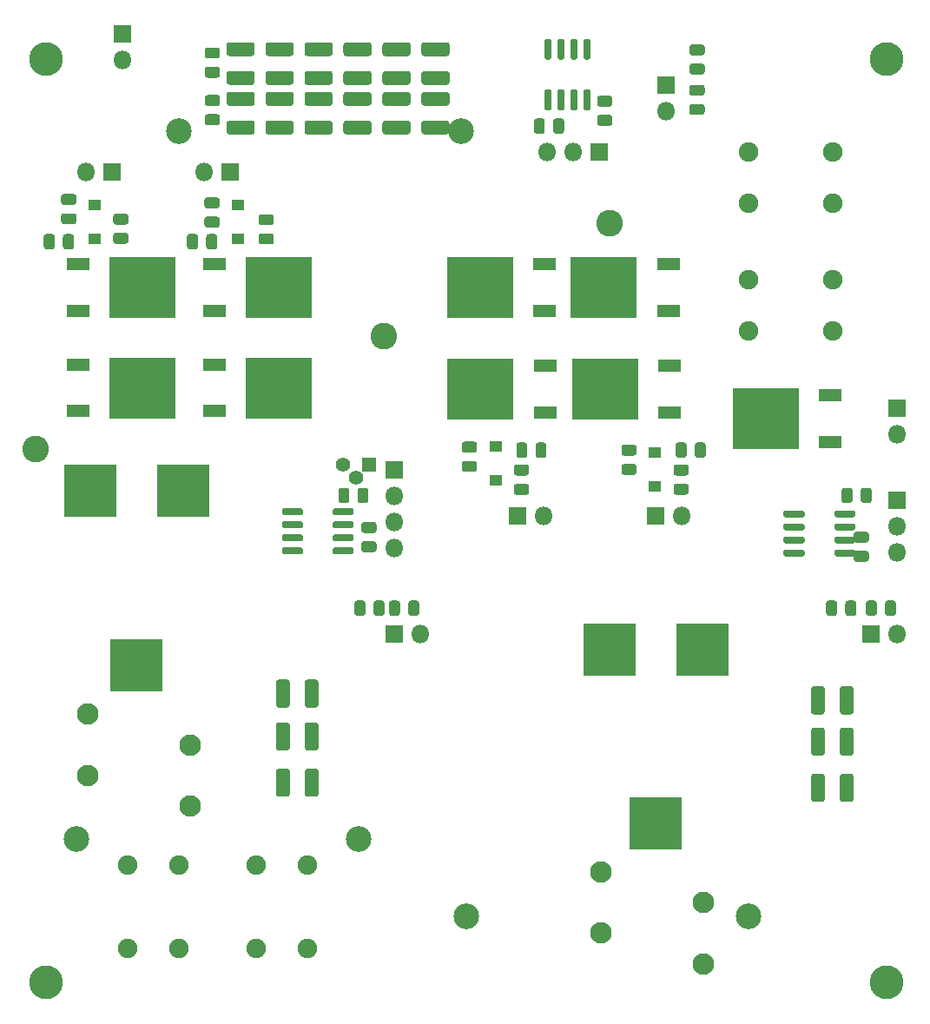
<source format=gts>
G04 #@! TF.GenerationSoftware,KiCad,Pcbnew,5.1.6-c6e7f7d~86~ubuntu20.04.1*
G04 #@! TF.CreationDate,2020-09-07T12:04:47+02:00*
G04 #@! TF.ProjectId,Power,506f7765-722e-46b6-9963-61645f706362,rev?*
G04 #@! TF.SameCoordinates,Original*
G04 #@! TF.FileFunction,Soldermask,Top*
G04 #@! TF.FilePolarity,Negative*
%FSLAX46Y46*%
G04 Gerber Fmt 4.6, Leading zero omitted, Abs format (unit mm)*
G04 Created by KiCad (PCBNEW 5.1.6-c6e7f7d~86~ubuntu20.04.1) date 2020-09-07 12:04:47*
%MOMM*%
%LPD*%
G01*
G04 APERTURE LIST*
%ADD10C,3.300000*%
%ADD11C,2.500000*%
%ADD12O,1.800000X1.800000*%
%ADD13R,1.800000X1.800000*%
%ADD14C,2.600000*%
%ADD15R,1.300000X1.000000*%
%ADD16R,6.500000X5.900000*%
%ADD17R,2.300000X1.300000*%
%ADD18R,5.100000X5.100000*%
%ADD19C,2.100000*%
%ADD20C,1.903400*%
%ADD21R,1.400000X1.400000*%
%ADD22C,1.400000*%
G04 APERTURE END LIST*
D10*
X129000000Y-137000000D03*
X47000000Y-137000000D03*
X47000000Y-47000000D03*
X129000000Y-47000000D03*
D11*
X115500000Y-130500000D03*
X88000000Y-130500000D03*
X50000000Y-123000000D03*
X77500000Y-123000000D03*
X87500000Y-54000000D03*
X60000000Y-54000000D03*
D12*
X54500000Y-47040000D03*
D13*
X54500000Y-44500000D03*
D12*
X83540000Y-103000000D03*
D13*
X81000000Y-103000000D03*
X130000000Y-90000000D03*
D12*
X130040000Y-103000000D03*
D13*
X127500000Y-103000000D03*
D12*
X130000000Y-92540000D03*
X130000000Y-95080000D03*
D13*
X81000000Y-87000000D03*
D12*
X81000000Y-89540000D03*
X81000000Y-92080000D03*
X81000000Y-94620000D03*
X130000000Y-83540000D03*
D13*
X130000000Y-81000000D03*
D12*
X62460000Y-58000000D03*
D13*
X65000000Y-58000000D03*
D12*
X50960000Y-58000000D03*
D13*
X53500000Y-58000000D03*
D12*
X95540000Y-91500000D03*
D13*
X93000000Y-91500000D03*
D12*
X109040000Y-91500000D03*
D13*
X106500000Y-91500000D03*
X107500000Y-49500000D03*
D12*
X107500000Y-52040000D03*
X95920000Y-56000000D03*
D13*
X101000000Y-56000000D03*
D12*
X98460000Y-56000000D03*
D14*
X102000000Y-63000000D03*
X80000000Y-74000000D03*
X46000000Y-85000000D03*
G36*
G01*
X78018750Y-93962500D02*
X78981250Y-93962500D01*
G75*
G02*
X79250000Y-94231250I0J-268750D01*
G01*
X79250000Y-94768750D01*
G75*
G02*
X78981250Y-95037500I-268750J0D01*
G01*
X78018750Y-95037500D01*
G75*
G02*
X77750000Y-94768750I0J268750D01*
G01*
X77750000Y-94231250D01*
G75*
G02*
X78018750Y-93962500I268750J0D01*
G01*
G37*
G36*
G01*
X78018750Y-92087500D02*
X78981250Y-92087500D01*
G75*
G02*
X79250000Y-92356250I0J-268750D01*
G01*
X79250000Y-92893750D01*
G75*
G02*
X78981250Y-93162500I-268750J0D01*
G01*
X78018750Y-93162500D01*
G75*
G02*
X77750000Y-92893750I0J268750D01*
G01*
X77750000Y-92356250D01*
G75*
G02*
X78018750Y-92087500I268750J0D01*
G01*
G37*
G36*
G01*
X76600000Y-89018750D02*
X76600000Y-89981250D01*
G75*
G02*
X76331250Y-90250000I-268750J0D01*
G01*
X75793750Y-90250000D01*
G75*
G02*
X75525000Y-89981250I0J268750D01*
G01*
X75525000Y-89018750D01*
G75*
G02*
X75793750Y-88750000I268750J0D01*
G01*
X76331250Y-88750000D01*
G75*
G02*
X76600000Y-89018750I0J-268750D01*
G01*
G37*
G36*
G01*
X78475000Y-89018750D02*
X78475000Y-89981250D01*
G75*
G02*
X78206250Y-90250000I-268750J0D01*
G01*
X77668750Y-90250000D01*
G75*
G02*
X77400000Y-89981250I0J268750D01*
G01*
X77400000Y-89018750D01*
G75*
G02*
X77668750Y-88750000I268750J0D01*
G01*
X78206250Y-88750000D01*
G75*
G02*
X78475000Y-89018750I0J-268750D01*
G01*
G37*
G36*
G01*
X101018750Y-52400000D02*
X101981250Y-52400000D01*
G75*
G02*
X102250000Y-52668750I0J-268750D01*
G01*
X102250000Y-53206250D01*
G75*
G02*
X101981250Y-53475000I-268750J0D01*
G01*
X101018750Y-53475000D01*
G75*
G02*
X100750000Y-53206250I0J268750D01*
G01*
X100750000Y-52668750D01*
G75*
G02*
X101018750Y-52400000I268750J0D01*
G01*
G37*
G36*
G01*
X101018750Y-50525000D02*
X101981250Y-50525000D01*
G75*
G02*
X102250000Y-50793750I0J-268750D01*
G01*
X102250000Y-51331250D01*
G75*
G02*
X101981250Y-51600000I-268750J0D01*
G01*
X101018750Y-51600000D01*
G75*
G02*
X100750000Y-51331250I0J268750D01*
G01*
X100750000Y-50793750D01*
G75*
G02*
X101018750Y-50525000I268750J0D01*
G01*
G37*
G36*
G01*
X96462500Y-53981250D02*
X96462500Y-53018750D01*
G75*
G02*
X96731250Y-52750000I268750J0D01*
G01*
X97268750Y-52750000D01*
G75*
G02*
X97537500Y-53018750I0J-268750D01*
G01*
X97537500Y-53981250D01*
G75*
G02*
X97268750Y-54250000I-268750J0D01*
G01*
X96731250Y-54250000D01*
G75*
G02*
X96462500Y-53981250I0J268750D01*
G01*
G37*
G36*
G01*
X94587500Y-53981250D02*
X94587500Y-53018750D01*
G75*
G02*
X94856250Y-52750000I268750J0D01*
G01*
X95393750Y-52750000D01*
G75*
G02*
X95662500Y-53018750I0J-268750D01*
G01*
X95662500Y-53981250D01*
G75*
G02*
X95393750Y-54250000I-268750J0D01*
G01*
X94856250Y-54250000D01*
G75*
G02*
X94587500Y-53981250I0J268750D01*
G01*
G37*
G36*
G01*
X67105000Y-51515000D02*
X64895000Y-51515000D01*
G75*
G02*
X64625000Y-51245000I0J270000D01*
G01*
X64625000Y-50435000D01*
G75*
G02*
X64895000Y-50165000I270000J0D01*
G01*
X67105000Y-50165000D01*
G75*
G02*
X67375000Y-50435000I0J-270000D01*
G01*
X67375000Y-51245000D01*
G75*
G02*
X67105000Y-51515000I-270000J0D01*
G01*
G37*
G36*
G01*
X67105000Y-54315000D02*
X64895000Y-54315000D01*
G75*
G02*
X64625000Y-54045000I0J270000D01*
G01*
X64625000Y-53235000D01*
G75*
G02*
X64895000Y-52965000I270000J0D01*
G01*
X67105000Y-52965000D01*
G75*
G02*
X67375000Y-53235000I0J-270000D01*
G01*
X67375000Y-54045000D01*
G75*
G02*
X67105000Y-54315000I-270000J0D01*
G01*
G37*
G36*
G01*
X126018750Y-94900000D02*
X126981250Y-94900000D01*
G75*
G02*
X127250000Y-95168750I0J-268750D01*
G01*
X127250000Y-95706250D01*
G75*
G02*
X126981250Y-95975000I-268750J0D01*
G01*
X126018750Y-95975000D01*
G75*
G02*
X125750000Y-95706250I0J268750D01*
G01*
X125750000Y-95168750D01*
G75*
G02*
X126018750Y-94900000I268750J0D01*
G01*
G37*
G36*
G01*
X126018750Y-93025000D02*
X126981250Y-93025000D01*
G75*
G02*
X127250000Y-93293750I0J-268750D01*
G01*
X127250000Y-93831250D01*
G75*
G02*
X126981250Y-94100000I-268750J0D01*
G01*
X126018750Y-94100000D01*
G75*
G02*
X125750000Y-93831250I0J268750D01*
G01*
X125750000Y-93293750D01*
G75*
G02*
X126018750Y-93025000I268750J0D01*
G01*
G37*
G36*
G01*
X126462500Y-89981250D02*
X126462500Y-89018750D01*
G75*
G02*
X126731250Y-88750000I268750J0D01*
G01*
X127268750Y-88750000D01*
G75*
G02*
X127537500Y-89018750I0J-268750D01*
G01*
X127537500Y-89981250D01*
G75*
G02*
X127268750Y-90250000I-268750J0D01*
G01*
X126731250Y-90250000D01*
G75*
G02*
X126462500Y-89981250I0J268750D01*
G01*
G37*
G36*
G01*
X124587500Y-89981250D02*
X124587500Y-89018750D01*
G75*
G02*
X124856250Y-88750000I268750J0D01*
G01*
X125393750Y-88750000D01*
G75*
G02*
X125662500Y-89018750I0J-268750D01*
G01*
X125662500Y-89981250D01*
G75*
G02*
X125393750Y-90250000I-268750J0D01*
G01*
X124856250Y-90250000D01*
G75*
G02*
X124587500Y-89981250I0J268750D01*
G01*
G37*
D15*
X65755000Y-64515000D03*
X65755000Y-61215000D03*
X51785000Y-64515000D03*
X51785000Y-61215000D03*
X90845000Y-84710000D03*
X90845000Y-88010000D03*
X106410000Y-85345000D03*
X106410000Y-88645000D03*
D16*
X69760000Y-79010000D03*
D17*
X63460000Y-81290000D03*
X63460000Y-76730000D03*
D16*
X89340000Y-69215000D03*
D17*
X95640000Y-66935000D03*
X95640000Y-71495000D03*
D16*
X56425000Y-79010000D03*
D17*
X50125000Y-81290000D03*
X50125000Y-76730000D03*
D16*
X101405000Y-69215000D03*
D17*
X107705000Y-66935000D03*
X107705000Y-71495000D03*
D18*
X60365000Y-89045000D03*
X51365000Y-89045000D03*
X55865000Y-106045000D03*
X111000000Y-104500000D03*
X102000000Y-104500000D03*
X106500000Y-121500000D03*
D16*
X69760000Y-69215000D03*
D17*
X63460000Y-71495000D03*
X63460000Y-66935000D03*
D16*
X56425000Y-69215000D03*
D17*
X50125000Y-71495000D03*
X50125000Y-66935000D03*
D16*
X89380000Y-79135000D03*
D17*
X95680000Y-76855000D03*
X95680000Y-81415000D03*
D16*
X101530000Y-79135000D03*
D17*
X107830000Y-76855000D03*
X107830000Y-81415000D03*
G36*
G01*
X62733750Y-62327500D02*
X63696250Y-62327500D01*
G75*
G02*
X63965000Y-62596250I0J-268750D01*
G01*
X63965000Y-63133750D01*
G75*
G02*
X63696250Y-63402500I-268750J0D01*
G01*
X62733750Y-63402500D01*
G75*
G02*
X62465000Y-63133750I0J268750D01*
G01*
X62465000Y-62596250D01*
G75*
G02*
X62733750Y-62327500I268750J0D01*
G01*
G37*
G36*
G01*
X62733750Y-60452500D02*
X63696250Y-60452500D01*
G75*
G02*
X63965000Y-60721250I0J-268750D01*
G01*
X63965000Y-61258750D01*
G75*
G02*
X63696250Y-61527500I-268750J0D01*
G01*
X62733750Y-61527500D01*
G75*
G02*
X62465000Y-61258750I0J268750D01*
G01*
X62465000Y-60721250D01*
G75*
G02*
X62733750Y-60452500I268750J0D01*
G01*
G37*
G36*
G01*
X93866250Y-87562500D02*
X92903750Y-87562500D01*
G75*
G02*
X92635000Y-87293750I0J268750D01*
G01*
X92635000Y-86756250D01*
G75*
G02*
X92903750Y-86487500I268750J0D01*
G01*
X93866250Y-86487500D01*
G75*
G02*
X94135000Y-86756250I0J-268750D01*
G01*
X94135000Y-87293750D01*
G75*
G02*
X93866250Y-87562500I-268750J0D01*
G01*
G37*
G36*
G01*
X93866250Y-89437500D02*
X92903750Y-89437500D01*
G75*
G02*
X92635000Y-89168750I0J268750D01*
G01*
X92635000Y-88631250D01*
G75*
G02*
X92903750Y-88362500I268750J0D01*
G01*
X93866250Y-88362500D01*
G75*
G02*
X94135000Y-88631250I0J-268750D01*
G01*
X94135000Y-89168750D01*
G75*
G02*
X93866250Y-89437500I-268750J0D01*
G01*
G37*
G36*
G01*
X68981250Y-63162500D02*
X68018750Y-63162500D01*
G75*
G02*
X67750000Y-62893750I0J268750D01*
G01*
X67750000Y-62356250D01*
G75*
G02*
X68018750Y-62087500I268750J0D01*
G01*
X68981250Y-62087500D01*
G75*
G02*
X69250000Y-62356250I0J-268750D01*
G01*
X69250000Y-62893750D01*
G75*
G02*
X68981250Y-63162500I-268750J0D01*
G01*
G37*
G36*
G01*
X68981250Y-65037500D02*
X68018750Y-65037500D01*
G75*
G02*
X67750000Y-64768750I0J268750D01*
G01*
X67750000Y-64231250D01*
G75*
G02*
X68018750Y-63962500I268750J0D01*
G01*
X68981250Y-63962500D01*
G75*
G02*
X69250000Y-64231250I0J-268750D01*
G01*
X69250000Y-64768750D01*
G75*
G02*
X68981250Y-65037500I-268750J0D01*
G01*
G37*
G36*
G01*
X54806250Y-63100000D02*
X53843750Y-63100000D01*
G75*
G02*
X53575000Y-62831250I0J268750D01*
G01*
X53575000Y-62293750D01*
G75*
G02*
X53843750Y-62025000I268750J0D01*
G01*
X54806250Y-62025000D01*
G75*
G02*
X55075000Y-62293750I0J-268750D01*
G01*
X55075000Y-62831250D01*
G75*
G02*
X54806250Y-63100000I-268750J0D01*
G01*
G37*
G36*
G01*
X54806250Y-64975000D02*
X53843750Y-64975000D01*
G75*
G02*
X53575000Y-64706250I0J268750D01*
G01*
X53575000Y-64168750D01*
G75*
G02*
X53843750Y-63900000I268750J0D01*
G01*
X54806250Y-63900000D01*
G75*
G02*
X55075000Y-64168750I0J-268750D01*
G01*
X55075000Y-64706250D01*
G75*
G02*
X54806250Y-64975000I-268750J0D01*
G01*
G37*
G36*
G01*
X88786250Y-85325000D02*
X87823750Y-85325000D01*
G75*
G02*
X87555000Y-85056250I0J268750D01*
G01*
X87555000Y-84518750D01*
G75*
G02*
X87823750Y-84250000I268750J0D01*
G01*
X88786250Y-84250000D01*
G75*
G02*
X89055000Y-84518750I0J-268750D01*
G01*
X89055000Y-85056250D01*
G75*
G02*
X88786250Y-85325000I-268750J0D01*
G01*
G37*
G36*
G01*
X88786250Y-87200000D02*
X87823750Y-87200000D01*
G75*
G02*
X87555000Y-86931250I0J268750D01*
G01*
X87555000Y-86393750D01*
G75*
G02*
X87823750Y-86125000I268750J0D01*
G01*
X88786250Y-86125000D01*
G75*
G02*
X89055000Y-86393750I0J-268750D01*
G01*
X89055000Y-86931250D01*
G75*
G02*
X88786250Y-87200000I-268750J0D01*
G01*
G37*
G36*
G01*
X104351250Y-85627500D02*
X103388750Y-85627500D01*
G75*
G02*
X103120000Y-85358750I0J268750D01*
G01*
X103120000Y-84821250D01*
G75*
G02*
X103388750Y-84552500I268750J0D01*
G01*
X104351250Y-84552500D01*
G75*
G02*
X104620000Y-84821250I0J-268750D01*
G01*
X104620000Y-85358750D01*
G75*
G02*
X104351250Y-85627500I-268750J0D01*
G01*
G37*
G36*
G01*
X104351250Y-87502500D02*
X103388750Y-87502500D01*
G75*
G02*
X103120000Y-87233750I0J268750D01*
G01*
X103120000Y-86696250D01*
G75*
G02*
X103388750Y-86427500I268750J0D01*
G01*
X104351250Y-86427500D01*
G75*
G02*
X104620000Y-86696250I0J-268750D01*
G01*
X104620000Y-87233750D01*
G75*
G02*
X104351250Y-87502500I-268750J0D01*
G01*
G37*
G36*
G01*
X48763750Y-61995000D02*
X49726250Y-61995000D01*
G75*
G02*
X49995000Y-62263750I0J-268750D01*
G01*
X49995000Y-62801250D01*
G75*
G02*
X49726250Y-63070000I-268750J0D01*
G01*
X48763750Y-63070000D01*
G75*
G02*
X48495000Y-62801250I0J268750D01*
G01*
X48495000Y-62263750D01*
G75*
G02*
X48763750Y-61995000I268750J0D01*
G01*
G37*
G36*
G01*
X48763750Y-60120000D02*
X49726250Y-60120000D01*
G75*
G02*
X49995000Y-60388750I0J-268750D01*
G01*
X49995000Y-60926250D01*
G75*
G02*
X49726250Y-61195000I-268750J0D01*
G01*
X48763750Y-61195000D01*
G75*
G02*
X48495000Y-60926250I0J268750D01*
G01*
X48495000Y-60388750D01*
G75*
G02*
X48763750Y-60120000I268750J0D01*
G01*
G37*
G36*
G01*
X109431250Y-87562500D02*
X108468750Y-87562500D01*
G75*
G02*
X108200000Y-87293750I0J268750D01*
G01*
X108200000Y-86756250D01*
G75*
G02*
X108468750Y-86487500I268750J0D01*
G01*
X109431250Y-86487500D01*
G75*
G02*
X109700000Y-86756250I0J-268750D01*
G01*
X109700000Y-87293750D01*
G75*
G02*
X109431250Y-87562500I-268750J0D01*
G01*
G37*
G36*
G01*
X109431250Y-89437500D02*
X108468750Y-89437500D01*
G75*
G02*
X108200000Y-89168750I0J268750D01*
G01*
X108200000Y-88631250D01*
G75*
G02*
X108468750Y-88362500I268750J0D01*
G01*
X109431250Y-88362500D01*
G75*
G02*
X109700000Y-88631250I0J-268750D01*
G01*
X109700000Y-89168750D01*
G75*
G02*
X109431250Y-89437500I-268750J0D01*
G01*
G37*
G36*
G01*
X62647500Y-65251250D02*
X62647500Y-64288750D01*
G75*
G02*
X62916250Y-64020000I268750J0D01*
G01*
X63453750Y-64020000D01*
G75*
G02*
X63722500Y-64288750I0J-268750D01*
G01*
X63722500Y-65251250D01*
G75*
G02*
X63453750Y-65520000I-268750J0D01*
G01*
X62916250Y-65520000D01*
G75*
G02*
X62647500Y-65251250I0J268750D01*
G01*
G37*
G36*
G01*
X60772500Y-65251250D02*
X60772500Y-64288750D01*
G75*
G02*
X61041250Y-64020000I268750J0D01*
G01*
X61578750Y-64020000D01*
G75*
G02*
X61847500Y-64288750I0J-268750D01*
G01*
X61847500Y-65251250D01*
G75*
G02*
X61578750Y-65520000I-268750J0D01*
G01*
X61041250Y-65520000D01*
G75*
G02*
X60772500Y-65251250I0J268750D01*
G01*
G37*
G36*
G01*
X93952500Y-84608750D02*
X93952500Y-85571250D01*
G75*
G02*
X93683750Y-85840000I-268750J0D01*
G01*
X93146250Y-85840000D01*
G75*
G02*
X92877500Y-85571250I0J268750D01*
G01*
X92877500Y-84608750D01*
G75*
G02*
X93146250Y-84340000I268750J0D01*
G01*
X93683750Y-84340000D01*
G75*
G02*
X93952500Y-84608750I0J-268750D01*
G01*
G37*
G36*
G01*
X95827500Y-84608750D02*
X95827500Y-85571250D01*
G75*
G02*
X95558750Y-85840000I-268750J0D01*
G01*
X95021250Y-85840000D01*
G75*
G02*
X94752500Y-85571250I0J268750D01*
G01*
X94752500Y-84608750D01*
G75*
G02*
X95021250Y-84340000I268750J0D01*
G01*
X95558750Y-84340000D01*
G75*
G02*
X95827500Y-84608750I0J-268750D01*
G01*
G37*
G36*
G01*
X48677500Y-65251250D02*
X48677500Y-64288750D01*
G75*
G02*
X48946250Y-64020000I268750J0D01*
G01*
X49483750Y-64020000D01*
G75*
G02*
X49752500Y-64288750I0J-268750D01*
G01*
X49752500Y-65251250D01*
G75*
G02*
X49483750Y-65520000I-268750J0D01*
G01*
X48946250Y-65520000D01*
G75*
G02*
X48677500Y-65251250I0J268750D01*
G01*
G37*
G36*
G01*
X46802500Y-65251250D02*
X46802500Y-64288750D01*
G75*
G02*
X47071250Y-64020000I268750J0D01*
G01*
X47608750Y-64020000D01*
G75*
G02*
X47877500Y-64288750I0J-268750D01*
G01*
X47877500Y-65251250D01*
G75*
G02*
X47608750Y-65520000I-268750J0D01*
G01*
X47071250Y-65520000D01*
G75*
G02*
X46802500Y-65251250I0J268750D01*
G01*
G37*
G36*
G01*
X109487500Y-84608750D02*
X109487500Y-85571250D01*
G75*
G02*
X109218750Y-85840000I-268750J0D01*
G01*
X108681250Y-85840000D01*
G75*
G02*
X108412500Y-85571250I0J268750D01*
G01*
X108412500Y-84608750D01*
G75*
G02*
X108681250Y-84340000I268750J0D01*
G01*
X109218750Y-84340000D01*
G75*
G02*
X109487500Y-84608750I0J-268750D01*
G01*
G37*
G36*
G01*
X111362500Y-84608750D02*
X111362500Y-85571250D01*
G75*
G02*
X111093750Y-85840000I-268750J0D01*
G01*
X110556250Y-85840000D01*
G75*
G02*
X110287500Y-85571250I0J268750D01*
G01*
X110287500Y-84608750D01*
G75*
G02*
X110556250Y-84340000I268750J0D01*
G01*
X111093750Y-84340000D01*
G75*
G02*
X111362500Y-84608750I0J-268750D01*
G01*
G37*
G36*
G01*
X99595000Y-49925000D02*
X99945000Y-49925000D01*
G75*
G02*
X100120000Y-50100000I0J-175000D01*
G01*
X100120000Y-51800000D01*
G75*
G02*
X99945000Y-51975000I-175000J0D01*
G01*
X99595000Y-51975000D01*
G75*
G02*
X99420000Y-51800000I0J175000D01*
G01*
X99420000Y-50100000D01*
G75*
G02*
X99595000Y-49925000I175000J0D01*
G01*
G37*
G36*
G01*
X98325000Y-49925000D02*
X98675000Y-49925000D01*
G75*
G02*
X98850000Y-50100000I0J-175000D01*
G01*
X98850000Y-51800000D01*
G75*
G02*
X98675000Y-51975000I-175000J0D01*
G01*
X98325000Y-51975000D01*
G75*
G02*
X98150000Y-51800000I0J175000D01*
G01*
X98150000Y-50100000D01*
G75*
G02*
X98325000Y-49925000I175000J0D01*
G01*
G37*
G36*
G01*
X97055000Y-49925000D02*
X97405000Y-49925000D01*
G75*
G02*
X97580000Y-50100000I0J-175000D01*
G01*
X97580000Y-51800000D01*
G75*
G02*
X97405000Y-51975000I-175000J0D01*
G01*
X97055000Y-51975000D01*
G75*
G02*
X96880000Y-51800000I0J175000D01*
G01*
X96880000Y-50100000D01*
G75*
G02*
X97055000Y-49925000I175000J0D01*
G01*
G37*
G36*
G01*
X95785000Y-49925000D02*
X96135000Y-49925000D01*
G75*
G02*
X96310000Y-50100000I0J-175000D01*
G01*
X96310000Y-51800000D01*
G75*
G02*
X96135000Y-51975000I-175000J0D01*
G01*
X95785000Y-51975000D01*
G75*
G02*
X95610000Y-51800000I0J175000D01*
G01*
X95610000Y-50100000D01*
G75*
G02*
X95785000Y-49925000I175000J0D01*
G01*
G37*
G36*
G01*
X95785000Y-44975000D02*
X96135000Y-44975000D01*
G75*
G02*
X96310000Y-45150000I0J-175000D01*
G01*
X96310000Y-46850000D01*
G75*
G02*
X96135000Y-47025000I-175000J0D01*
G01*
X95785000Y-47025000D01*
G75*
G02*
X95610000Y-46850000I0J175000D01*
G01*
X95610000Y-45150000D01*
G75*
G02*
X95785000Y-44975000I175000J0D01*
G01*
G37*
G36*
G01*
X97055000Y-44975000D02*
X97405000Y-44975000D01*
G75*
G02*
X97580000Y-45150000I0J-175000D01*
G01*
X97580000Y-46850000D01*
G75*
G02*
X97405000Y-47025000I-175000J0D01*
G01*
X97055000Y-47025000D01*
G75*
G02*
X96880000Y-46850000I0J175000D01*
G01*
X96880000Y-45150000D01*
G75*
G02*
X97055000Y-44975000I175000J0D01*
G01*
G37*
G36*
G01*
X98325000Y-44975000D02*
X98675000Y-44975000D01*
G75*
G02*
X98850000Y-45150000I0J-175000D01*
G01*
X98850000Y-46850000D01*
G75*
G02*
X98675000Y-47025000I-175000J0D01*
G01*
X98325000Y-47025000D01*
G75*
G02*
X98150000Y-46850000I0J175000D01*
G01*
X98150000Y-45150000D01*
G75*
G02*
X98325000Y-44975000I175000J0D01*
G01*
G37*
G36*
G01*
X99595000Y-44975000D02*
X99945000Y-44975000D01*
G75*
G02*
X100120000Y-45150000I0J-175000D01*
G01*
X100120000Y-46850000D01*
G75*
G02*
X99945000Y-47025000I-175000J0D01*
G01*
X99595000Y-47025000D01*
G75*
G02*
X99420000Y-46850000I0J175000D01*
G01*
X99420000Y-45150000D01*
G75*
G02*
X99595000Y-44975000I175000J0D01*
G01*
G37*
D19*
X51060000Y-116810000D03*
X61060000Y-119810000D03*
X51060000Y-110810000D03*
X61060000Y-113810000D03*
X101135000Y-132175000D03*
X111135000Y-135175000D03*
X101135000Y-126175000D03*
X111135000Y-129175000D03*
G36*
G01*
X74975000Y-91270000D02*
X74975000Y-90920000D01*
G75*
G02*
X75150000Y-90745000I175000J0D01*
G01*
X76850000Y-90745000D01*
G75*
G02*
X77025000Y-90920000I0J-175000D01*
G01*
X77025000Y-91270000D01*
G75*
G02*
X76850000Y-91445000I-175000J0D01*
G01*
X75150000Y-91445000D01*
G75*
G02*
X74975000Y-91270000I0J175000D01*
G01*
G37*
G36*
G01*
X74975000Y-92540000D02*
X74975000Y-92190000D01*
G75*
G02*
X75150000Y-92015000I175000J0D01*
G01*
X76850000Y-92015000D01*
G75*
G02*
X77025000Y-92190000I0J-175000D01*
G01*
X77025000Y-92540000D01*
G75*
G02*
X76850000Y-92715000I-175000J0D01*
G01*
X75150000Y-92715000D01*
G75*
G02*
X74975000Y-92540000I0J175000D01*
G01*
G37*
G36*
G01*
X74975000Y-93810000D02*
X74975000Y-93460000D01*
G75*
G02*
X75150000Y-93285000I175000J0D01*
G01*
X76850000Y-93285000D01*
G75*
G02*
X77025000Y-93460000I0J-175000D01*
G01*
X77025000Y-93810000D01*
G75*
G02*
X76850000Y-93985000I-175000J0D01*
G01*
X75150000Y-93985000D01*
G75*
G02*
X74975000Y-93810000I0J175000D01*
G01*
G37*
G36*
G01*
X74975000Y-95080000D02*
X74975000Y-94730000D01*
G75*
G02*
X75150000Y-94555000I175000J0D01*
G01*
X76850000Y-94555000D01*
G75*
G02*
X77025000Y-94730000I0J-175000D01*
G01*
X77025000Y-95080000D01*
G75*
G02*
X76850000Y-95255000I-175000J0D01*
G01*
X75150000Y-95255000D01*
G75*
G02*
X74975000Y-95080000I0J175000D01*
G01*
G37*
G36*
G01*
X70025000Y-95080000D02*
X70025000Y-94730000D01*
G75*
G02*
X70200000Y-94555000I175000J0D01*
G01*
X71900000Y-94555000D01*
G75*
G02*
X72075000Y-94730000I0J-175000D01*
G01*
X72075000Y-95080000D01*
G75*
G02*
X71900000Y-95255000I-175000J0D01*
G01*
X70200000Y-95255000D01*
G75*
G02*
X70025000Y-95080000I0J175000D01*
G01*
G37*
G36*
G01*
X70025000Y-93810000D02*
X70025000Y-93460000D01*
G75*
G02*
X70200000Y-93285000I175000J0D01*
G01*
X71900000Y-93285000D01*
G75*
G02*
X72075000Y-93460000I0J-175000D01*
G01*
X72075000Y-93810000D01*
G75*
G02*
X71900000Y-93985000I-175000J0D01*
G01*
X70200000Y-93985000D01*
G75*
G02*
X70025000Y-93810000I0J175000D01*
G01*
G37*
G36*
G01*
X70025000Y-92540000D02*
X70025000Y-92190000D01*
G75*
G02*
X70200000Y-92015000I175000J0D01*
G01*
X71900000Y-92015000D01*
G75*
G02*
X72075000Y-92190000I0J-175000D01*
G01*
X72075000Y-92540000D01*
G75*
G02*
X71900000Y-92715000I-175000J0D01*
G01*
X70200000Y-92715000D01*
G75*
G02*
X70025000Y-92540000I0J175000D01*
G01*
G37*
G36*
G01*
X70025000Y-91270000D02*
X70025000Y-90920000D01*
G75*
G02*
X70200000Y-90745000I175000J0D01*
G01*
X71900000Y-90745000D01*
G75*
G02*
X72075000Y-90920000I0J-175000D01*
G01*
X72075000Y-91270000D01*
G75*
G02*
X71900000Y-91445000I-175000J0D01*
G01*
X70200000Y-91445000D01*
G75*
G02*
X70025000Y-91270000I0J175000D01*
G01*
G37*
G36*
G01*
X123885000Y-91475000D02*
X123885000Y-91125000D01*
G75*
G02*
X124060000Y-90950000I175000J0D01*
G01*
X125760000Y-90950000D01*
G75*
G02*
X125935000Y-91125000I0J-175000D01*
G01*
X125935000Y-91475000D01*
G75*
G02*
X125760000Y-91650000I-175000J0D01*
G01*
X124060000Y-91650000D01*
G75*
G02*
X123885000Y-91475000I0J175000D01*
G01*
G37*
G36*
G01*
X123885000Y-92745000D02*
X123885000Y-92395000D01*
G75*
G02*
X124060000Y-92220000I175000J0D01*
G01*
X125760000Y-92220000D01*
G75*
G02*
X125935000Y-92395000I0J-175000D01*
G01*
X125935000Y-92745000D01*
G75*
G02*
X125760000Y-92920000I-175000J0D01*
G01*
X124060000Y-92920000D01*
G75*
G02*
X123885000Y-92745000I0J175000D01*
G01*
G37*
G36*
G01*
X123885000Y-94015000D02*
X123885000Y-93665000D01*
G75*
G02*
X124060000Y-93490000I175000J0D01*
G01*
X125760000Y-93490000D01*
G75*
G02*
X125935000Y-93665000I0J-175000D01*
G01*
X125935000Y-94015000D01*
G75*
G02*
X125760000Y-94190000I-175000J0D01*
G01*
X124060000Y-94190000D01*
G75*
G02*
X123885000Y-94015000I0J175000D01*
G01*
G37*
G36*
G01*
X123885000Y-95285000D02*
X123885000Y-94935000D01*
G75*
G02*
X124060000Y-94760000I175000J0D01*
G01*
X125760000Y-94760000D01*
G75*
G02*
X125935000Y-94935000I0J-175000D01*
G01*
X125935000Y-95285000D01*
G75*
G02*
X125760000Y-95460000I-175000J0D01*
G01*
X124060000Y-95460000D01*
G75*
G02*
X123885000Y-95285000I0J175000D01*
G01*
G37*
G36*
G01*
X118935000Y-95285000D02*
X118935000Y-94935000D01*
G75*
G02*
X119110000Y-94760000I175000J0D01*
G01*
X120810000Y-94760000D01*
G75*
G02*
X120985000Y-94935000I0J-175000D01*
G01*
X120985000Y-95285000D01*
G75*
G02*
X120810000Y-95460000I-175000J0D01*
G01*
X119110000Y-95460000D01*
G75*
G02*
X118935000Y-95285000I0J175000D01*
G01*
G37*
G36*
G01*
X118935000Y-94015000D02*
X118935000Y-93665000D01*
G75*
G02*
X119110000Y-93490000I175000J0D01*
G01*
X120810000Y-93490000D01*
G75*
G02*
X120985000Y-93665000I0J-175000D01*
G01*
X120985000Y-94015000D01*
G75*
G02*
X120810000Y-94190000I-175000J0D01*
G01*
X119110000Y-94190000D01*
G75*
G02*
X118935000Y-94015000I0J175000D01*
G01*
G37*
G36*
G01*
X118935000Y-92745000D02*
X118935000Y-92395000D01*
G75*
G02*
X119110000Y-92220000I175000J0D01*
G01*
X120810000Y-92220000D01*
G75*
G02*
X120985000Y-92395000I0J-175000D01*
G01*
X120985000Y-92745000D01*
G75*
G02*
X120810000Y-92920000I-175000J0D01*
G01*
X119110000Y-92920000D01*
G75*
G02*
X118935000Y-92745000I0J175000D01*
G01*
G37*
G36*
G01*
X118935000Y-91475000D02*
X118935000Y-91125000D01*
G75*
G02*
X119110000Y-90950000I175000J0D01*
G01*
X120810000Y-90950000D01*
G75*
G02*
X120985000Y-91125000I0J-175000D01*
G01*
X120985000Y-91475000D01*
G75*
G02*
X120810000Y-91650000I-175000J0D01*
G01*
X119110000Y-91650000D01*
G75*
G02*
X118935000Y-91475000I0J175000D01*
G01*
G37*
D16*
X117175000Y-82025000D03*
D17*
X123475000Y-79745000D03*
X123475000Y-84305000D03*
G36*
G01*
X78962500Y-100981250D02*
X78962500Y-100018750D01*
G75*
G02*
X79231250Y-99750000I268750J0D01*
G01*
X79768750Y-99750000D01*
G75*
G02*
X80037500Y-100018750I0J-268750D01*
G01*
X80037500Y-100981250D01*
G75*
G02*
X79768750Y-101250000I-268750J0D01*
G01*
X79231250Y-101250000D01*
G75*
G02*
X78962500Y-100981250I0J268750D01*
G01*
G37*
G36*
G01*
X77087500Y-100981250D02*
X77087500Y-100018750D01*
G75*
G02*
X77356250Y-99750000I268750J0D01*
G01*
X77893750Y-99750000D01*
G75*
G02*
X78162500Y-100018750I0J-268750D01*
G01*
X78162500Y-100981250D01*
G75*
G02*
X77893750Y-101250000I-268750J0D01*
G01*
X77356250Y-101250000D01*
G75*
G02*
X77087500Y-100981250I0J268750D01*
G01*
G37*
G36*
G01*
X82337500Y-100981250D02*
X82337500Y-100018750D01*
G75*
G02*
X82606250Y-99750000I268750J0D01*
G01*
X83143750Y-99750000D01*
G75*
G02*
X83412500Y-100018750I0J-268750D01*
G01*
X83412500Y-100981250D01*
G75*
G02*
X83143750Y-101250000I-268750J0D01*
G01*
X82606250Y-101250000D01*
G75*
G02*
X82337500Y-100981250I0J268750D01*
G01*
G37*
G36*
G01*
X80462500Y-100981250D02*
X80462500Y-100018750D01*
G75*
G02*
X80731250Y-99750000I268750J0D01*
G01*
X81268750Y-99750000D01*
G75*
G02*
X81537500Y-100018750I0J-268750D01*
G01*
X81537500Y-100981250D01*
G75*
G02*
X81268750Y-101250000I-268750J0D01*
G01*
X80731250Y-101250000D01*
G75*
G02*
X80462500Y-100981250I0J268750D01*
G01*
G37*
G36*
G01*
X124962500Y-100981250D02*
X124962500Y-100018750D01*
G75*
G02*
X125231250Y-99750000I268750J0D01*
G01*
X125768750Y-99750000D01*
G75*
G02*
X126037500Y-100018750I0J-268750D01*
G01*
X126037500Y-100981250D01*
G75*
G02*
X125768750Y-101250000I-268750J0D01*
G01*
X125231250Y-101250000D01*
G75*
G02*
X124962500Y-100981250I0J268750D01*
G01*
G37*
G36*
G01*
X123087500Y-100981250D02*
X123087500Y-100018750D01*
G75*
G02*
X123356250Y-99750000I268750J0D01*
G01*
X123893750Y-99750000D01*
G75*
G02*
X124162500Y-100018750I0J-268750D01*
G01*
X124162500Y-100981250D01*
G75*
G02*
X123893750Y-101250000I-268750J0D01*
G01*
X123356250Y-101250000D01*
G75*
G02*
X123087500Y-100981250I0J268750D01*
G01*
G37*
G36*
G01*
X128837500Y-100981250D02*
X128837500Y-100018750D01*
G75*
G02*
X129106250Y-99750000I268750J0D01*
G01*
X129643750Y-99750000D01*
G75*
G02*
X129912500Y-100018750I0J-268750D01*
G01*
X129912500Y-100981250D01*
G75*
G02*
X129643750Y-101250000I-268750J0D01*
G01*
X129106250Y-101250000D01*
G75*
G02*
X128837500Y-100981250I0J268750D01*
G01*
G37*
G36*
G01*
X126962500Y-100981250D02*
X126962500Y-100018750D01*
G75*
G02*
X127231250Y-99750000I268750J0D01*
G01*
X127768750Y-99750000D01*
G75*
G02*
X128037500Y-100018750I0J-268750D01*
G01*
X128037500Y-100981250D01*
G75*
G02*
X127768750Y-101250000I-268750J0D01*
G01*
X127231250Y-101250000D01*
G75*
G02*
X126962500Y-100981250I0J268750D01*
G01*
G37*
G36*
G01*
X110018750Y-47400000D02*
X110981250Y-47400000D01*
G75*
G02*
X111250000Y-47668750I0J-268750D01*
G01*
X111250000Y-48206250D01*
G75*
G02*
X110981250Y-48475000I-268750J0D01*
G01*
X110018750Y-48475000D01*
G75*
G02*
X109750000Y-48206250I0J268750D01*
G01*
X109750000Y-47668750D01*
G75*
G02*
X110018750Y-47400000I268750J0D01*
G01*
G37*
G36*
G01*
X110018750Y-45525000D02*
X110981250Y-45525000D01*
G75*
G02*
X111250000Y-45793750I0J-268750D01*
G01*
X111250000Y-46331250D01*
G75*
G02*
X110981250Y-46600000I-268750J0D01*
G01*
X110018750Y-46600000D01*
G75*
G02*
X109750000Y-46331250I0J268750D01*
G01*
X109750000Y-45793750D01*
G75*
G02*
X110018750Y-45525000I268750J0D01*
G01*
G37*
G36*
G01*
X110018750Y-51337500D02*
X110981250Y-51337500D01*
G75*
G02*
X111250000Y-51606250I0J-268750D01*
G01*
X111250000Y-52143750D01*
G75*
G02*
X110981250Y-52412500I-268750J0D01*
G01*
X110018750Y-52412500D01*
G75*
G02*
X109750000Y-52143750I0J268750D01*
G01*
X109750000Y-51606250D01*
G75*
G02*
X110018750Y-51337500I268750J0D01*
G01*
G37*
G36*
G01*
X110018750Y-49462500D02*
X110981250Y-49462500D01*
G75*
G02*
X111250000Y-49731250I0J-268750D01*
G01*
X111250000Y-50268750D01*
G75*
G02*
X110981250Y-50537500I-268750J0D01*
G01*
X110018750Y-50537500D01*
G75*
G02*
X109750000Y-50268750I0J268750D01*
G01*
X109750000Y-49731250D01*
G75*
G02*
X110018750Y-49462500I268750J0D01*
G01*
G37*
D20*
X60000000Y-133699999D03*
X55000000Y-133699999D03*
X60000000Y-125500000D03*
X55000000Y-125500000D03*
X72500000Y-133699999D03*
X67500000Y-133699999D03*
X72500000Y-125500000D03*
X67500000Y-125500000D03*
X123699999Y-56000000D03*
X123699999Y-61000000D03*
X115500000Y-56000000D03*
X115500000Y-61000000D03*
X123699999Y-68500000D03*
X123699999Y-73500000D03*
X115500000Y-68500000D03*
X115500000Y-73500000D03*
D21*
X78500000Y-86500000D03*
D22*
X75960000Y-86500000D03*
X77230000Y-87770000D03*
G36*
G01*
X63731250Y-51537500D02*
X62768750Y-51537500D01*
G75*
G02*
X62500000Y-51268750I0J268750D01*
G01*
X62500000Y-50731250D01*
G75*
G02*
X62768750Y-50462500I268750J0D01*
G01*
X63731250Y-50462500D01*
G75*
G02*
X64000000Y-50731250I0J-268750D01*
G01*
X64000000Y-51268750D01*
G75*
G02*
X63731250Y-51537500I-268750J0D01*
G01*
G37*
G36*
G01*
X63731250Y-53412500D02*
X62768750Y-53412500D01*
G75*
G02*
X62500000Y-53143750I0J268750D01*
G01*
X62500000Y-52606250D01*
G75*
G02*
X62768750Y-52337500I268750J0D01*
G01*
X63731250Y-52337500D01*
G75*
G02*
X64000000Y-52606250I0J-268750D01*
G01*
X64000000Y-53143750D01*
G75*
G02*
X63731250Y-53412500I-268750J0D01*
G01*
G37*
G36*
G01*
X63731250Y-46912500D02*
X62768750Y-46912500D01*
G75*
G02*
X62500000Y-46643750I0J268750D01*
G01*
X62500000Y-46106250D01*
G75*
G02*
X62768750Y-45837500I268750J0D01*
G01*
X63731250Y-45837500D01*
G75*
G02*
X64000000Y-46106250I0J-268750D01*
G01*
X64000000Y-46643750D01*
G75*
G02*
X63731250Y-46912500I-268750J0D01*
G01*
G37*
G36*
G01*
X63731250Y-48787500D02*
X62768750Y-48787500D01*
G75*
G02*
X62500000Y-48518750I0J268750D01*
G01*
X62500000Y-47981250D01*
G75*
G02*
X62768750Y-47712500I268750J0D01*
G01*
X63731250Y-47712500D01*
G75*
G02*
X64000000Y-47981250I0J-268750D01*
G01*
X64000000Y-48518750D01*
G75*
G02*
X63731250Y-48787500I-268750J0D01*
G01*
G37*
G36*
G01*
X72250001Y-109920001D02*
X72250001Y-107710001D01*
G75*
G02*
X72520001Y-107440001I270000J0D01*
G01*
X73330001Y-107440001D01*
G75*
G02*
X73600001Y-107710001I0J-270000D01*
G01*
X73600001Y-109920001D01*
G75*
G02*
X73330001Y-110190001I-270000J0D01*
G01*
X72520001Y-110190001D01*
G75*
G02*
X72250001Y-109920001I0J270000D01*
G01*
G37*
G36*
G01*
X69450001Y-109920001D02*
X69450001Y-107710001D01*
G75*
G02*
X69720001Y-107440001I270000J0D01*
G01*
X70530001Y-107440001D01*
G75*
G02*
X70800001Y-107710001I0J-270000D01*
G01*
X70800001Y-109920001D01*
G75*
G02*
X70530001Y-110190001I-270000J0D01*
G01*
X69720001Y-110190001D01*
G75*
G02*
X69450001Y-109920001I0J270000D01*
G01*
G37*
G36*
G01*
X122969999Y-112395000D02*
X122969999Y-114605000D01*
G75*
G02*
X122699999Y-114875000I-270000J0D01*
G01*
X121889999Y-114875000D01*
G75*
G02*
X121619999Y-114605000I0J270000D01*
G01*
X121619999Y-112395000D01*
G75*
G02*
X121889999Y-112125000I270000J0D01*
G01*
X122699999Y-112125000D01*
G75*
G02*
X122969999Y-112395000I0J-270000D01*
G01*
G37*
G36*
G01*
X125769999Y-112395000D02*
X125769999Y-114605000D01*
G75*
G02*
X125499999Y-114875000I-270000J0D01*
G01*
X124689999Y-114875000D01*
G75*
G02*
X124419999Y-114605000I0J270000D01*
G01*
X124419999Y-112395000D01*
G75*
G02*
X124689999Y-112125000I270000J0D01*
G01*
X125499999Y-112125000D01*
G75*
G02*
X125769999Y-112395000I0J-270000D01*
G01*
G37*
G36*
G01*
X72250001Y-118605000D02*
X72250001Y-116395000D01*
G75*
G02*
X72520001Y-116125000I270000J0D01*
G01*
X73330001Y-116125000D01*
G75*
G02*
X73600001Y-116395000I0J-270000D01*
G01*
X73600001Y-118605000D01*
G75*
G02*
X73330001Y-118875000I-270000J0D01*
G01*
X72520001Y-118875000D01*
G75*
G02*
X72250001Y-118605000I0J270000D01*
G01*
G37*
G36*
G01*
X69450001Y-118605000D02*
X69450001Y-116395000D01*
G75*
G02*
X69720001Y-116125000I270000J0D01*
G01*
X70530001Y-116125000D01*
G75*
G02*
X70800001Y-116395000I0J-270000D01*
G01*
X70800001Y-118605000D01*
G75*
G02*
X70530001Y-118875000I-270000J0D01*
G01*
X69720001Y-118875000D01*
G75*
G02*
X69450001Y-118605000I0J270000D01*
G01*
G37*
G36*
G01*
X122969999Y-108369999D02*
X122969999Y-110579999D01*
G75*
G02*
X122699999Y-110849999I-270000J0D01*
G01*
X121889999Y-110849999D01*
G75*
G02*
X121619999Y-110579999I0J270000D01*
G01*
X121619999Y-108369999D01*
G75*
G02*
X121889999Y-108099999I270000J0D01*
G01*
X122699999Y-108099999D01*
G75*
G02*
X122969999Y-108369999I0J-270000D01*
G01*
G37*
G36*
G01*
X125769999Y-108369999D02*
X125769999Y-110579999D01*
G75*
G02*
X125499999Y-110849999I-270000J0D01*
G01*
X124689999Y-110849999D01*
G75*
G02*
X124419999Y-110579999I0J270000D01*
G01*
X124419999Y-108369999D01*
G75*
G02*
X124689999Y-108099999I270000J0D01*
G01*
X125499999Y-108099999D01*
G75*
G02*
X125769999Y-108369999I0J-270000D01*
G01*
G37*
G36*
G01*
X72250001Y-114105000D02*
X72250001Y-111895000D01*
G75*
G02*
X72520001Y-111625000I270000J0D01*
G01*
X73330001Y-111625000D01*
G75*
G02*
X73600001Y-111895000I0J-270000D01*
G01*
X73600001Y-114105000D01*
G75*
G02*
X73330001Y-114375000I-270000J0D01*
G01*
X72520001Y-114375000D01*
G75*
G02*
X72250001Y-114105000I0J270000D01*
G01*
G37*
G36*
G01*
X69450001Y-114105000D02*
X69450001Y-111895000D01*
G75*
G02*
X69720001Y-111625000I270000J0D01*
G01*
X70530001Y-111625000D01*
G75*
G02*
X70800001Y-111895000I0J-270000D01*
G01*
X70800001Y-114105000D01*
G75*
G02*
X70530001Y-114375000I-270000J0D01*
G01*
X69720001Y-114375000D01*
G75*
G02*
X69450001Y-114105000I0J270000D01*
G01*
G37*
G36*
G01*
X122969999Y-116895000D02*
X122969999Y-119105000D01*
G75*
G02*
X122699999Y-119375000I-270000J0D01*
G01*
X121889999Y-119375000D01*
G75*
G02*
X121619999Y-119105000I0J270000D01*
G01*
X121619999Y-116895000D01*
G75*
G02*
X121889999Y-116625000I270000J0D01*
G01*
X122699999Y-116625000D01*
G75*
G02*
X122969999Y-116895000I0J-270000D01*
G01*
G37*
G36*
G01*
X125769999Y-116895000D02*
X125769999Y-119105000D01*
G75*
G02*
X125499999Y-119375000I-270000J0D01*
G01*
X124689999Y-119375000D01*
G75*
G02*
X124419999Y-119105000I0J270000D01*
G01*
X124419999Y-116895000D01*
G75*
G02*
X124689999Y-116625000I270000J0D01*
G01*
X125499999Y-116625000D01*
G75*
G02*
X125769999Y-116895000I0J-270000D01*
G01*
G37*
G36*
G01*
X67105000Y-46675000D02*
X64895000Y-46675000D01*
G75*
G02*
X64625000Y-46405000I0J270000D01*
G01*
X64625000Y-45595000D01*
G75*
G02*
X64895000Y-45325000I270000J0D01*
G01*
X67105000Y-45325000D01*
G75*
G02*
X67375000Y-45595000I0J-270000D01*
G01*
X67375000Y-46405000D01*
G75*
G02*
X67105000Y-46675000I-270000J0D01*
G01*
G37*
G36*
G01*
X67105000Y-49475000D02*
X64895000Y-49475000D01*
G75*
G02*
X64625000Y-49205000I0J270000D01*
G01*
X64625000Y-48395000D01*
G75*
G02*
X64895000Y-48125000I270000J0D01*
G01*
X67105000Y-48125000D01*
G75*
G02*
X67375000Y-48395000I0J-270000D01*
G01*
X67375000Y-49205000D01*
G75*
G02*
X67105000Y-49475000I-270000J0D01*
G01*
G37*
G36*
G01*
X70905000Y-51515000D02*
X68695000Y-51515000D01*
G75*
G02*
X68425000Y-51245000I0J270000D01*
G01*
X68425000Y-50435000D01*
G75*
G02*
X68695000Y-50165000I270000J0D01*
G01*
X70905000Y-50165000D01*
G75*
G02*
X71175000Y-50435000I0J-270000D01*
G01*
X71175000Y-51245000D01*
G75*
G02*
X70905000Y-51515000I-270000J0D01*
G01*
G37*
G36*
G01*
X70905000Y-54315000D02*
X68695000Y-54315000D01*
G75*
G02*
X68425000Y-54045000I0J270000D01*
G01*
X68425000Y-53235000D01*
G75*
G02*
X68695000Y-52965000I270000J0D01*
G01*
X70905000Y-52965000D01*
G75*
G02*
X71175000Y-53235000I0J-270000D01*
G01*
X71175000Y-54045000D01*
G75*
G02*
X70905000Y-54315000I-270000J0D01*
G01*
G37*
G36*
G01*
X70905000Y-46675000D02*
X68695000Y-46675000D01*
G75*
G02*
X68425000Y-46405000I0J270000D01*
G01*
X68425000Y-45595000D01*
G75*
G02*
X68695000Y-45325000I270000J0D01*
G01*
X70905000Y-45325000D01*
G75*
G02*
X71175000Y-45595000I0J-270000D01*
G01*
X71175000Y-46405000D01*
G75*
G02*
X70905000Y-46675000I-270000J0D01*
G01*
G37*
G36*
G01*
X70905000Y-49475000D02*
X68695000Y-49475000D01*
G75*
G02*
X68425000Y-49205000I0J270000D01*
G01*
X68425000Y-48395000D01*
G75*
G02*
X68695000Y-48125000I270000J0D01*
G01*
X70905000Y-48125000D01*
G75*
G02*
X71175000Y-48395000I0J-270000D01*
G01*
X71175000Y-49205000D01*
G75*
G02*
X70905000Y-49475000I-270000J0D01*
G01*
G37*
G36*
G01*
X74705000Y-51515000D02*
X72495000Y-51515000D01*
G75*
G02*
X72225000Y-51245000I0J270000D01*
G01*
X72225000Y-50435000D01*
G75*
G02*
X72495000Y-50165000I270000J0D01*
G01*
X74705000Y-50165000D01*
G75*
G02*
X74975000Y-50435000I0J-270000D01*
G01*
X74975000Y-51245000D01*
G75*
G02*
X74705000Y-51515000I-270000J0D01*
G01*
G37*
G36*
G01*
X74705000Y-54315000D02*
X72495000Y-54315000D01*
G75*
G02*
X72225000Y-54045000I0J270000D01*
G01*
X72225000Y-53235000D01*
G75*
G02*
X72495000Y-52965000I270000J0D01*
G01*
X74705000Y-52965000D01*
G75*
G02*
X74975000Y-53235000I0J-270000D01*
G01*
X74975000Y-54045000D01*
G75*
G02*
X74705000Y-54315000I-270000J0D01*
G01*
G37*
G36*
G01*
X74705000Y-46675000D02*
X72495000Y-46675000D01*
G75*
G02*
X72225000Y-46405000I0J270000D01*
G01*
X72225000Y-45595000D01*
G75*
G02*
X72495000Y-45325000I270000J0D01*
G01*
X74705000Y-45325000D01*
G75*
G02*
X74975000Y-45595000I0J-270000D01*
G01*
X74975000Y-46405000D01*
G75*
G02*
X74705000Y-46675000I-270000J0D01*
G01*
G37*
G36*
G01*
X74705000Y-49475000D02*
X72495000Y-49475000D01*
G75*
G02*
X72225000Y-49205000I0J270000D01*
G01*
X72225000Y-48395000D01*
G75*
G02*
X72495000Y-48125000I270000J0D01*
G01*
X74705000Y-48125000D01*
G75*
G02*
X74975000Y-48395000I0J-270000D01*
G01*
X74975000Y-49205000D01*
G75*
G02*
X74705000Y-49475000I-270000J0D01*
G01*
G37*
G36*
G01*
X78505000Y-51515000D02*
X76295000Y-51515000D01*
G75*
G02*
X76025000Y-51245000I0J270000D01*
G01*
X76025000Y-50435000D01*
G75*
G02*
X76295000Y-50165000I270000J0D01*
G01*
X78505000Y-50165000D01*
G75*
G02*
X78775000Y-50435000I0J-270000D01*
G01*
X78775000Y-51245000D01*
G75*
G02*
X78505000Y-51515000I-270000J0D01*
G01*
G37*
G36*
G01*
X78505000Y-54315000D02*
X76295000Y-54315000D01*
G75*
G02*
X76025000Y-54045000I0J270000D01*
G01*
X76025000Y-53235000D01*
G75*
G02*
X76295000Y-52965000I270000J0D01*
G01*
X78505000Y-52965000D01*
G75*
G02*
X78775000Y-53235000I0J-270000D01*
G01*
X78775000Y-54045000D01*
G75*
G02*
X78505000Y-54315000I-270000J0D01*
G01*
G37*
G36*
G01*
X78505000Y-46675000D02*
X76295000Y-46675000D01*
G75*
G02*
X76025000Y-46405000I0J270000D01*
G01*
X76025000Y-45595000D01*
G75*
G02*
X76295000Y-45325000I270000J0D01*
G01*
X78505000Y-45325000D01*
G75*
G02*
X78775000Y-45595000I0J-270000D01*
G01*
X78775000Y-46405000D01*
G75*
G02*
X78505000Y-46675000I-270000J0D01*
G01*
G37*
G36*
G01*
X78505000Y-49475000D02*
X76295000Y-49475000D01*
G75*
G02*
X76025000Y-49205000I0J270000D01*
G01*
X76025000Y-48395000D01*
G75*
G02*
X76295000Y-48125000I270000J0D01*
G01*
X78505000Y-48125000D01*
G75*
G02*
X78775000Y-48395000I0J-270000D01*
G01*
X78775000Y-49205000D01*
G75*
G02*
X78505000Y-49475000I-270000J0D01*
G01*
G37*
G36*
G01*
X82305000Y-51515000D02*
X80095000Y-51515000D01*
G75*
G02*
X79825000Y-51245000I0J270000D01*
G01*
X79825000Y-50435000D01*
G75*
G02*
X80095000Y-50165000I270000J0D01*
G01*
X82305000Y-50165000D01*
G75*
G02*
X82575000Y-50435000I0J-270000D01*
G01*
X82575000Y-51245000D01*
G75*
G02*
X82305000Y-51515000I-270000J0D01*
G01*
G37*
G36*
G01*
X82305000Y-54315000D02*
X80095000Y-54315000D01*
G75*
G02*
X79825000Y-54045000I0J270000D01*
G01*
X79825000Y-53235000D01*
G75*
G02*
X80095000Y-52965000I270000J0D01*
G01*
X82305000Y-52965000D01*
G75*
G02*
X82575000Y-53235000I0J-270000D01*
G01*
X82575000Y-54045000D01*
G75*
G02*
X82305000Y-54315000I-270000J0D01*
G01*
G37*
G36*
G01*
X82305000Y-46675000D02*
X80095000Y-46675000D01*
G75*
G02*
X79825000Y-46405000I0J270000D01*
G01*
X79825000Y-45595000D01*
G75*
G02*
X80095000Y-45325000I270000J0D01*
G01*
X82305000Y-45325000D01*
G75*
G02*
X82575000Y-45595000I0J-270000D01*
G01*
X82575000Y-46405000D01*
G75*
G02*
X82305000Y-46675000I-270000J0D01*
G01*
G37*
G36*
G01*
X82305000Y-49475000D02*
X80095000Y-49475000D01*
G75*
G02*
X79825000Y-49205000I0J270000D01*
G01*
X79825000Y-48395000D01*
G75*
G02*
X80095000Y-48125000I270000J0D01*
G01*
X82305000Y-48125000D01*
G75*
G02*
X82575000Y-48395000I0J-270000D01*
G01*
X82575000Y-49205000D01*
G75*
G02*
X82305000Y-49475000I-270000J0D01*
G01*
G37*
G36*
G01*
X86105000Y-51515000D02*
X83895000Y-51515000D01*
G75*
G02*
X83625000Y-51245000I0J270000D01*
G01*
X83625000Y-50435000D01*
G75*
G02*
X83895000Y-50165000I270000J0D01*
G01*
X86105000Y-50165000D01*
G75*
G02*
X86375000Y-50435000I0J-270000D01*
G01*
X86375000Y-51245000D01*
G75*
G02*
X86105000Y-51515000I-270000J0D01*
G01*
G37*
G36*
G01*
X86105000Y-54315000D02*
X83895000Y-54315000D01*
G75*
G02*
X83625000Y-54045000I0J270000D01*
G01*
X83625000Y-53235000D01*
G75*
G02*
X83895000Y-52965000I270000J0D01*
G01*
X86105000Y-52965000D01*
G75*
G02*
X86375000Y-53235000I0J-270000D01*
G01*
X86375000Y-54045000D01*
G75*
G02*
X86105000Y-54315000I-270000J0D01*
G01*
G37*
G36*
G01*
X86105000Y-46675000D02*
X83895000Y-46675000D01*
G75*
G02*
X83625000Y-46405000I0J270000D01*
G01*
X83625000Y-45595000D01*
G75*
G02*
X83895000Y-45325000I270000J0D01*
G01*
X86105000Y-45325000D01*
G75*
G02*
X86375000Y-45595000I0J-270000D01*
G01*
X86375000Y-46405000D01*
G75*
G02*
X86105000Y-46675000I-270000J0D01*
G01*
G37*
G36*
G01*
X86105000Y-49475000D02*
X83895000Y-49475000D01*
G75*
G02*
X83625000Y-49205000I0J270000D01*
G01*
X83625000Y-48395000D01*
G75*
G02*
X83895000Y-48125000I270000J0D01*
G01*
X86105000Y-48125000D01*
G75*
G02*
X86375000Y-48395000I0J-270000D01*
G01*
X86375000Y-49205000D01*
G75*
G02*
X86105000Y-49475000I-270000J0D01*
G01*
G37*
M02*

</source>
